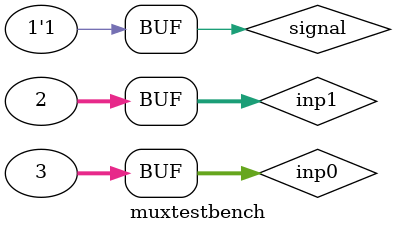
<source format=v>

`timescale 1ps/1ps

module muxtestbench;

	//Inputs
	reg[31:0] inp0;
        reg[31:0] inp1;
	reg signal;

	//Outputs for testbench
	wire[31:0] selectedinp;
	

	//Instantiation of Unit Under Test
	mux uut (
		.inp0(inp0),
		.inp1(inp1),
		.signal(signal),

		//Outputs for testbench
		.selectedinp(selectedinp)
		   );

initial
begin
#10;
inp0=3;
inp1=2;
signal=0;

#10;
inp0=3;
inp1=2;
signal=1;

end

endmodule

</source>
